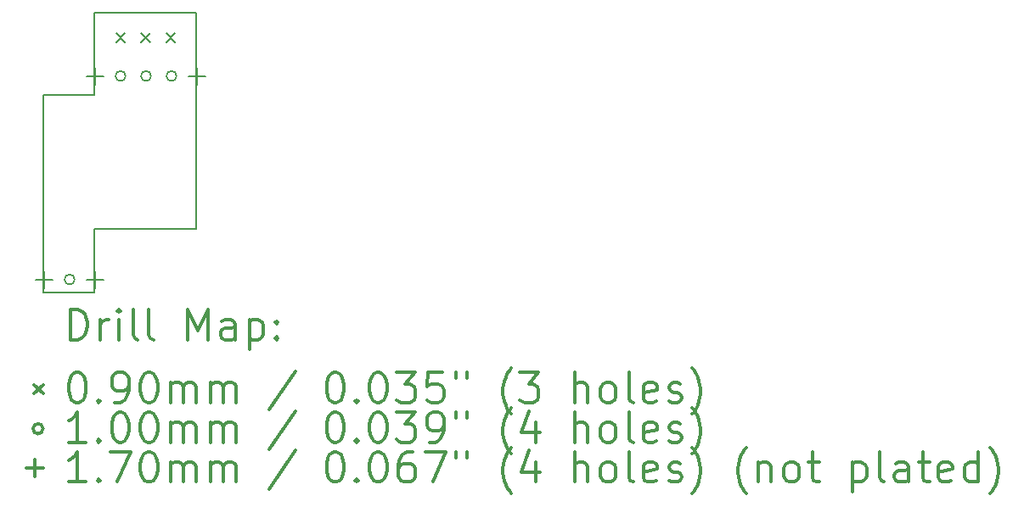
<source format=gbr>
%FSLAX45Y45*%
G04 Gerber Fmt 4.5, Leading zero omitted, Abs format (unit mm)*
G04 Created by KiCad (PCBNEW 4.0.7) date 11/03/17 12:40:23*
%MOMM*%
%LPD*%
G01*
G04 APERTURE LIST*
%ADD10C,0.127000*%
%ADD11C,0.150000*%
%ADD12C,0.200000*%
%ADD13C,0.300000*%
G04 APERTURE END LIST*
D10*
D11*
X6350000Y-4508500D02*
X6350000Y-6477000D01*
X6858000Y-4508500D02*
X6350000Y-4508500D01*
X6858000Y-3683000D02*
X6858000Y-4508500D01*
X7874000Y-3683000D02*
X6858000Y-3683000D01*
X7874000Y-5842000D02*
X7874000Y-3683000D01*
X6858000Y-5842000D02*
X7874000Y-5842000D01*
X6858000Y-6477000D02*
X6858000Y-5842000D01*
X6350000Y-6477000D02*
X6858000Y-6477000D01*
D12*
X7071000Y-3892000D02*
X7161000Y-3982000D01*
X7161000Y-3892000D02*
X7071000Y-3982000D01*
X7321000Y-3892000D02*
X7411000Y-3982000D01*
X7411000Y-3892000D02*
X7321000Y-3982000D01*
X7571000Y-3892000D02*
X7661000Y-3982000D01*
X7661000Y-3892000D02*
X7571000Y-3982000D01*
X6658000Y-6350000D02*
G75*
G03X6658000Y-6350000I-50000J0D01*
G01*
X7166000Y-4318000D02*
G75*
G03X7166000Y-4318000I-50000J0D01*
G01*
X7420000Y-4318000D02*
G75*
G03X7420000Y-4318000I-50000J0D01*
G01*
X7674000Y-4318000D02*
G75*
G03X7674000Y-4318000I-50000J0D01*
G01*
X6354000Y-6265000D02*
X6354000Y-6435000D01*
X6269000Y-6350000D02*
X6439000Y-6350000D01*
X6862000Y-4233000D02*
X6862000Y-4403000D01*
X6777000Y-4318000D02*
X6947000Y-4318000D01*
X6862000Y-6265000D02*
X6862000Y-6435000D01*
X6777000Y-6350000D02*
X6947000Y-6350000D01*
X7878000Y-4233000D02*
X7878000Y-4403000D01*
X7793000Y-4318000D02*
X7963000Y-4318000D01*
D13*
X6613928Y-6950214D02*
X6613928Y-6650214D01*
X6685357Y-6650214D01*
X6728214Y-6664500D01*
X6756786Y-6693071D01*
X6771071Y-6721643D01*
X6785357Y-6778786D01*
X6785357Y-6821643D01*
X6771071Y-6878786D01*
X6756786Y-6907357D01*
X6728214Y-6935929D01*
X6685357Y-6950214D01*
X6613928Y-6950214D01*
X6913928Y-6950214D02*
X6913928Y-6750214D01*
X6913928Y-6807357D02*
X6928214Y-6778786D01*
X6942500Y-6764500D01*
X6971071Y-6750214D01*
X6999643Y-6750214D01*
X7099643Y-6950214D02*
X7099643Y-6750214D01*
X7099643Y-6650214D02*
X7085357Y-6664500D01*
X7099643Y-6678786D01*
X7113928Y-6664500D01*
X7099643Y-6650214D01*
X7099643Y-6678786D01*
X7285357Y-6950214D02*
X7256786Y-6935929D01*
X7242500Y-6907357D01*
X7242500Y-6650214D01*
X7442500Y-6950214D02*
X7413928Y-6935929D01*
X7399643Y-6907357D01*
X7399643Y-6650214D01*
X7785357Y-6950214D02*
X7785357Y-6650214D01*
X7885357Y-6864500D01*
X7985357Y-6650214D01*
X7985357Y-6950214D01*
X8256786Y-6950214D02*
X8256786Y-6793071D01*
X8242500Y-6764500D01*
X8213928Y-6750214D01*
X8156786Y-6750214D01*
X8128214Y-6764500D01*
X8256786Y-6935929D02*
X8228214Y-6950214D01*
X8156786Y-6950214D01*
X8128214Y-6935929D01*
X8113928Y-6907357D01*
X8113928Y-6878786D01*
X8128214Y-6850214D01*
X8156786Y-6835929D01*
X8228214Y-6835929D01*
X8256786Y-6821643D01*
X8399643Y-6750214D02*
X8399643Y-7050214D01*
X8399643Y-6764500D02*
X8428214Y-6750214D01*
X8485357Y-6750214D01*
X8513929Y-6764500D01*
X8528214Y-6778786D01*
X8542500Y-6807357D01*
X8542500Y-6893071D01*
X8528214Y-6921643D01*
X8513929Y-6935929D01*
X8485357Y-6950214D01*
X8428214Y-6950214D01*
X8399643Y-6935929D01*
X8671071Y-6921643D02*
X8685357Y-6935929D01*
X8671071Y-6950214D01*
X8656786Y-6935929D01*
X8671071Y-6921643D01*
X8671071Y-6950214D01*
X8671071Y-6764500D02*
X8685357Y-6778786D01*
X8671071Y-6793071D01*
X8656786Y-6778786D01*
X8671071Y-6764500D01*
X8671071Y-6793071D01*
X6252500Y-7399500D02*
X6342500Y-7489500D01*
X6342500Y-7399500D02*
X6252500Y-7489500D01*
X6671071Y-7280214D02*
X6699643Y-7280214D01*
X6728214Y-7294500D01*
X6742500Y-7308786D01*
X6756786Y-7337357D01*
X6771071Y-7394500D01*
X6771071Y-7465929D01*
X6756786Y-7523071D01*
X6742500Y-7551643D01*
X6728214Y-7565929D01*
X6699643Y-7580214D01*
X6671071Y-7580214D01*
X6642500Y-7565929D01*
X6628214Y-7551643D01*
X6613928Y-7523071D01*
X6599643Y-7465929D01*
X6599643Y-7394500D01*
X6613928Y-7337357D01*
X6628214Y-7308786D01*
X6642500Y-7294500D01*
X6671071Y-7280214D01*
X6899643Y-7551643D02*
X6913928Y-7565929D01*
X6899643Y-7580214D01*
X6885357Y-7565929D01*
X6899643Y-7551643D01*
X6899643Y-7580214D01*
X7056786Y-7580214D02*
X7113928Y-7580214D01*
X7142500Y-7565929D01*
X7156786Y-7551643D01*
X7185357Y-7508786D01*
X7199643Y-7451643D01*
X7199643Y-7337357D01*
X7185357Y-7308786D01*
X7171071Y-7294500D01*
X7142500Y-7280214D01*
X7085357Y-7280214D01*
X7056786Y-7294500D01*
X7042500Y-7308786D01*
X7028214Y-7337357D01*
X7028214Y-7408786D01*
X7042500Y-7437357D01*
X7056786Y-7451643D01*
X7085357Y-7465929D01*
X7142500Y-7465929D01*
X7171071Y-7451643D01*
X7185357Y-7437357D01*
X7199643Y-7408786D01*
X7385357Y-7280214D02*
X7413928Y-7280214D01*
X7442500Y-7294500D01*
X7456786Y-7308786D01*
X7471071Y-7337357D01*
X7485357Y-7394500D01*
X7485357Y-7465929D01*
X7471071Y-7523071D01*
X7456786Y-7551643D01*
X7442500Y-7565929D01*
X7413928Y-7580214D01*
X7385357Y-7580214D01*
X7356786Y-7565929D01*
X7342500Y-7551643D01*
X7328214Y-7523071D01*
X7313928Y-7465929D01*
X7313928Y-7394500D01*
X7328214Y-7337357D01*
X7342500Y-7308786D01*
X7356786Y-7294500D01*
X7385357Y-7280214D01*
X7613928Y-7580214D02*
X7613928Y-7380214D01*
X7613928Y-7408786D02*
X7628214Y-7394500D01*
X7656786Y-7380214D01*
X7699643Y-7380214D01*
X7728214Y-7394500D01*
X7742500Y-7423071D01*
X7742500Y-7580214D01*
X7742500Y-7423071D02*
X7756786Y-7394500D01*
X7785357Y-7380214D01*
X7828214Y-7380214D01*
X7856786Y-7394500D01*
X7871071Y-7423071D01*
X7871071Y-7580214D01*
X8013928Y-7580214D02*
X8013928Y-7380214D01*
X8013928Y-7408786D02*
X8028214Y-7394500D01*
X8056786Y-7380214D01*
X8099643Y-7380214D01*
X8128214Y-7394500D01*
X8142500Y-7423071D01*
X8142500Y-7580214D01*
X8142500Y-7423071D02*
X8156786Y-7394500D01*
X8185357Y-7380214D01*
X8228214Y-7380214D01*
X8256786Y-7394500D01*
X8271071Y-7423071D01*
X8271071Y-7580214D01*
X8856786Y-7265929D02*
X8599643Y-7651643D01*
X9242500Y-7280214D02*
X9271071Y-7280214D01*
X9299643Y-7294500D01*
X9313928Y-7308786D01*
X9328214Y-7337357D01*
X9342500Y-7394500D01*
X9342500Y-7465929D01*
X9328214Y-7523071D01*
X9313928Y-7551643D01*
X9299643Y-7565929D01*
X9271071Y-7580214D01*
X9242500Y-7580214D01*
X9213928Y-7565929D01*
X9199643Y-7551643D01*
X9185357Y-7523071D01*
X9171071Y-7465929D01*
X9171071Y-7394500D01*
X9185357Y-7337357D01*
X9199643Y-7308786D01*
X9213928Y-7294500D01*
X9242500Y-7280214D01*
X9471071Y-7551643D02*
X9485357Y-7565929D01*
X9471071Y-7580214D01*
X9456786Y-7565929D01*
X9471071Y-7551643D01*
X9471071Y-7580214D01*
X9671071Y-7280214D02*
X9699643Y-7280214D01*
X9728214Y-7294500D01*
X9742500Y-7308786D01*
X9756786Y-7337357D01*
X9771071Y-7394500D01*
X9771071Y-7465929D01*
X9756786Y-7523071D01*
X9742500Y-7551643D01*
X9728214Y-7565929D01*
X9699643Y-7580214D01*
X9671071Y-7580214D01*
X9642500Y-7565929D01*
X9628214Y-7551643D01*
X9613928Y-7523071D01*
X9599643Y-7465929D01*
X9599643Y-7394500D01*
X9613928Y-7337357D01*
X9628214Y-7308786D01*
X9642500Y-7294500D01*
X9671071Y-7280214D01*
X9871071Y-7280214D02*
X10056786Y-7280214D01*
X9956786Y-7394500D01*
X9999643Y-7394500D01*
X10028214Y-7408786D01*
X10042500Y-7423071D01*
X10056786Y-7451643D01*
X10056786Y-7523071D01*
X10042500Y-7551643D01*
X10028214Y-7565929D01*
X9999643Y-7580214D01*
X9913928Y-7580214D01*
X9885357Y-7565929D01*
X9871071Y-7551643D01*
X10328214Y-7280214D02*
X10185357Y-7280214D01*
X10171071Y-7423071D01*
X10185357Y-7408786D01*
X10213928Y-7394500D01*
X10285357Y-7394500D01*
X10313928Y-7408786D01*
X10328214Y-7423071D01*
X10342500Y-7451643D01*
X10342500Y-7523071D01*
X10328214Y-7551643D01*
X10313928Y-7565929D01*
X10285357Y-7580214D01*
X10213928Y-7580214D01*
X10185357Y-7565929D01*
X10171071Y-7551643D01*
X10456786Y-7280214D02*
X10456786Y-7337357D01*
X10571071Y-7280214D02*
X10571071Y-7337357D01*
X11013928Y-7694500D02*
X10999643Y-7680214D01*
X10971071Y-7637357D01*
X10956786Y-7608786D01*
X10942500Y-7565929D01*
X10928214Y-7494500D01*
X10928214Y-7437357D01*
X10942500Y-7365929D01*
X10956786Y-7323071D01*
X10971071Y-7294500D01*
X10999643Y-7251643D01*
X11013928Y-7237357D01*
X11099643Y-7280214D02*
X11285357Y-7280214D01*
X11185357Y-7394500D01*
X11228214Y-7394500D01*
X11256785Y-7408786D01*
X11271071Y-7423071D01*
X11285357Y-7451643D01*
X11285357Y-7523071D01*
X11271071Y-7551643D01*
X11256785Y-7565929D01*
X11228214Y-7580214D01*
X11142500Y-7580214D01*
X11113928Y-7565929D01*
X11099643Y-7551643D01*
X11642500Y-7580214D02*
X11642500Y-7280214D01*
X11771071Y-7580214D02*
X11771071Y-7423071D01*
X11756785Y-7394500D01*
X11728214Y-7380214D01*
X11685357Y-7380214D01*
X11656785Y-7394500D01*
X11642500Y-7408786D01*
X11956785Y-7580214D02*
X11928214Y-7565929D01*
X11913928Y-7551643D01*
X11899643Y-7523071D01*
X11899643Y-7437357D01*
X11913928Y-7408786D01*
X11928214Y-7394500D01*
X11956785Y-7380214D01*
X11999643Y-7380214D01*
X12028214Y-7394500D01*
X12042500Y-7408786D01*
X12056785Y-7437357D01*
X12056785Y-7523071D01*
X12042500Y-7551643D01*
X12028214Y-7565929D01*
X11999643Y-7580214D01*
X11956785Y-7580214D01*
X12228214Y-7580214D02*
X12199643Y-7565929D01*
X12185357Y-7537357D01*
X12185357Y-7280214D01*
X12456786Y-7565929D02*
X12428214Y-7580214D01*
X12371071Y-7580214D01*
X12342500Y-7565929D01*
X12328214Y-7537357D01*
X12328214Y-7423071D01*
X12342500Y-7394500D01*
X12371071Y-7380214D01*
X12428214Y-7380214D01*
X12456786Y-7394500D01*
X12471071Y-7423071D01*
X12471071Y-7451643D01*
X12328214Y-7480214D01*
X12585357Y-7565929D02*
X12613928Y-7580214D01*
X12671071Y-7580214D01*
X12699643Y-7565929D01*
X12713928Y-7537357D01*
X12713928Y-7523071D01*
X12699643Y-7494500D01*
X12671071Y-7480214D01*
X12628214Y-7480214D01*
X12599643Y-7465929D01*
X12585357Y-7437357D01*
X12585357Y-7423071D01*
X12599643Y-7394500D01*
X12628214Y-7380214D01*
X12671071Y-7380214D01*
X12699643Y-7394500D01*
X12813928Y-7694500D02*
X12828214Y-7680214D01*
X12856786Y-7637357D01*
X12871071Y-7608786D01*
X12885357Y-7565929D01*
X12899643Y-7494500D01*
X12899643Y-7437357D01*
X12885357Y-7365929D01*
X12871071Y-7323071D01*
X12856786Y-7294500D01*
X12828214Y-7251643D01*
X12813928Y-7237357D01*
X6342500Y-7840500D02*
G75*
G03X6342500Y-7840500I-50000J0D01*
G01*
X6771071Y-7976214D02*
X6599643Y-7976214D01*
X6685357Y-7976214D02*
X6685357Y-7676214D01*
X6656786Y-7719071D01*
X6628214Y-7747643D01*
X6599643Y-7761929D01*
X6899643Y-7947643D02*
X6913928Y-7961929D01*
X6899643Y-7976214D01*
X6885357Y-7961929D01*
X6899643Y-7947643D01*
X6899643Y-7976214D01*
X7099643Y-7676214D02*
X7128214Y-7676214D01*
X7156786Y-7690500D01*
X7171071Y-7704786D01*
X7185357Y-7733357D01*
X7199643Y-7790500D01*
X7199643Y-7861929D01*
X7185357Y-7919071D01*
X7171071Y-7947643D01*
X7156786Y-7961929D01*
X7128214Y-7976214D01*
X7099643Y-7976214D01*
X7071071Y-7961929D01*
X7056786Y-7947643D01*
X7042500Y-7919071D01*
X7028214Y-7861929D01*
X7028214Y-7790500D01*
X7042500Y-7733357D01*
X7056786Y-7704786D01*
X7071071Y-7690500D01*
X7099643Y-7676214D01*
X7385357Y-7676214D02*
X7413928Y-7676214D01*
X7442500Y-7690500D01*
X7456786Y-7704786D01*
X7471071Y-7733357D01*
X7485357Y-7790500D01*
X7485357Y-7861929D01*
X7471071Y-7919071D01*
X7456786Y-7947643D01*
X7442500Y-7961929D01*
X7413928Y-7976214D01*
X7385357Y-7976214D01*
X7356786Y-7961929D01*
X7342500Y-7947643D01*
X7328214Y-7919071D01*
X7313928Y-7861929D01*
X7313928Y-7790500D01*
X7328214Y-7733357D01*
X7342500Y-7704786D01*
X7356786Y-7690500D01*
X7385357Y-7676214D01*
X7613928Y-7976214D02*
X7613928Y-7776214D01*
X7613928Y-7804786D02*
X7628214Y-7790500D01*
X7656786Y-7776214D01*
X7699643Y-7776214D01*
X7728214Y-7790500D01*
X7742500Y-7819071D01*
X7742500Y-7976214D01*
X7742500Y-7819071D02*
X7756786Y-7790500D01*
X7785357Y-7776214D01*
X7828214Y-7776214D01*
X7856786Y-7790500D01*
X7871071Y-7819071D01*
X7871071Y-7976214D01*
X8013928Y-7976214D02*
X8013928Y-7776214D01*
X8013928Y-7804786D02*
X8028214Y-7790500D01*
X8056786Y-7776214D01*
X8099643Y-7776214D01*
X8128214Y-7790500D01*
X8142500Y-7819071D01*
X8142500Y-7976214D01*
X8142500Y-7819071D02*
X8156786Y-7790500D01*
X8185357Y-7776214D01*
X8228214Y-7776214D01*
X8256786Y-7790500D01*
X8271071Y-7819071D01*
X8271071Y-7976214D01*
X8856786Y-7661929D02*
X8599643Y-8047643D01*
X9242500Y-7676214D02*
X9271071Y-7676214D01*
X9299643Y-7690500D01*
X9313928Y-7704786D01*
X9328214Y-7733357D01*
X9342500Y-7790500D01*
X9342500Y-7861929D01*
X9328214Y-7919071D01*
X9313928Y-7947643D01*
X9299643Y-7961929D01*
X9271071Y-7976214D01*
X9242500Y-7976214D01*
X9213928Y-7961929D01*
X9199643Y-7947643D01*
X9185357Y-7919071D01*
X9171071Y-7861929D01*
X9171071Y-7790500D01*
X9185357Y-7733357D01*
X9199643Y-7704786D01*
X9213928Y-7690500D01*
X9242500Y-7676214D01*
X9471071Y-7947643D02*
X9485357Y-7961929D01*
X9471071Y-7976214D01*
X9456786Y-7961929D01*
X9471071Y-7947643D01*
X9471071Y-7976214D01*
X9671071Y-7676214D02*
X9699643Y-7676214D01*
X9728214Y-7690500D01*
X9742500Y-7704786D01*
X9756786Y-7733357D01*
X9771071Y-7790500D01*
X9771071Y-7861929D01*
X9756786Y-7919071D01*
X9742500Y-7947643D01*
X9728214Y-7961929D01*
X9699643Y-7976214D01*
X9671071Y-7976214D01*
X9642500Y-7961929D01*
X9628214Y-7947643D01*
X9613928Y-7919071D01*
X9599643Y-7861929D01*
X9599643Y-7790500D01*
X9613928Y-7733357D01*
X9628214Y-7704786D01*
X9642500Y-7690500D01*
X9671071Y-7676214D01*
X9871071Y-7676214D02*
X10056786Y-7676214D01*
X9956786Y-7790500D01*
X9999643Y-7790500D01*
X10028214Y-7804786D01*
X10042500Y-7819071D01*
X10056786Y-7847643D01*
X10056786Y-7919071D01*
X10042500Y-7947643D01*
X10028214Y-7961929D01*
X9999643Y-7976214D01*
X9913928Y-7976214D01*
X9885357Y-7961929D01*
X9871071Y-7947643D01*
X10199643Y-7976214D02*
X10256786Y-7976214D01*
X10285357Y-7961929D01*
X10299643Y-7947643D01*
X10328214Y-7904786D01*
X10342500Y-7847643D01*
X10342500Y-7733357D01*
X10328214Y-7704786D01*
X10313928Y-7690500D01*
X10285357Y-7676214D01*
X10228214Y-7676214D01*
X10199643Y-7690500D01*
X10185357Y-7704786D01*
X10171071Y-7733357D01*
X10171071Y-7804786D01*
X10185357Y-7833357D01*
X10199643Y-7847643D01*
X10228214Y-7861929D01*
X10285357Y-7861929D01*
X10313928Y-7847643D01*
X10328214Y-7833357D01*
X10342500Y-7804786D01*
X10456786Y-7676214D02*
X10456786Y-7733357D01*
X10571071Y-7676214D02*
X10571071Y-7733357D01*
X11013928Y-8090500D02*
X10999643Y-8076214D01*
X10971071Y-8033357D01*
X10956786Y-8004786D01*
X10942500Y-7961929D01*
X10928214Y-7890500D01*
X10928214Y-7833357D01*
X10942500Y-7761929D01*
X10956786Y-7719071D01*
X10971071Y-7690500D01*
X10999643Y-7647643D01*
X11013928Y-7633357D01*
X11256785Y-7776214D02*
X11256785Y-7976214D01*
X11185357Y-7661929D02*
X11113928Y-7876214D01*
X11299643Y-7876214D01*
X11642500Y-7976214D02*
X11642500Y-7676214D01*
X11771071Y-7976214D02*
X11771071Y-7819071D01*
X11756785Y-7790500D01*
X11728214Y-7776214D01*
X11685357Y-7776214D01*
X11656785Y-7790500D01*
X11642500Y-7804786D01*
X11956785Y-7976214D02*
X11928214Y-7961929D01*
X11913928Y-7947643D01*
X11899643Y-7919071D01*
X11899643Y-7833357D01*
X11913928Y-7804786D01*
X11928214Y-7790500D01*
X11956785Y-7776214D01*
X11999643Y-7776214D01*
X12028214Y-7790500D01*
X12042500Y-7804786D01*
X12056785Y-7833357D01*
X12056785Y-7919071D01*
X12042500Y-7947643D01*
X12028214Y-7961929D01*
X11999643Y-7976214D01*
X11956785Y-7976214D01*
X12228214Y-7976214D02*
X12199643Y-7961929D01*
X12185357Y-7933357D01*
X12185357Y-7676214D01*
X12456786Y-7961929D02*
X12428214Y-7976214D01*
X12371071Y-7976214D01*
X12342500Y-7961929D01*
X12328214Y-7933357D01*
X12328214Y-7819071D01*
X12342500Y-7790500D01*
X12371071Y-7776214D01*
X12428214Y-7776214D01*
X12456786Y-7790500D01*
X12471071Y-7819071D01*
X12471071Y-7847643D01*
X12328214Y-7876214D01*
X12585357Y-7961929D02*
X12613928Y-7976214D01*
X12671071Y-7976214D01*
X12699643Y-7961929D01*
X12713928Y-7933357D01*
X12713928Y-7919071D01*
X12699643Y-7890500D01*
X12671071Y-7876214D01*
X12628214Y-7876214D01*
X12599643Y-7861929D01*
X12585357Y-7833357D01*
X12585357Y-7819071D01*
X12599643Y-7790500D01*
X12628214Y-7776214D01*
X12671071Y-7776214D01*
X12699643Y-7790500D01*
X12813928Y-8090500D02*
X12828214Y-8076214D01*
X12856786Y-8033357D01*
X12871071Y-8004786D01*
X12885357Y-7961929D01*
X12899643Y-7890500D01*
X12899643Y-7833357D01*
X12885357Y-7761929D01*
X12871071Y-7719071D01*
X12856786Y-7690500D01*
X12828214Y-7647643D01*
X12813928Y-7633357D01*
X6257500Y-8151500D02*
X6257500Y-8321500D01*
X6172500Y-8236500D02*
X6342500Y-8236500D01*
X6771071Y-8372214D02*
X6599643Y-8372214D01*
X6685357Y-8372214D02*
X6685357Y-8072214D01*
X6656786Y-8115071D01*
X6628214Y-8143643D01*
X6599643Y-8157929D01*
X6899643Y-8343643D02*
X6913928Y-8357929D01*
X6899643Y-8372214D01*
X6885357Y-8357929D01*
X6899643Y-8343643D01*
X6899643Y-8372214D01*
X7013928Y-8072214D02*
X7213928Y-8072214D01*
X7085357Y-8372214D01*
X7385357Y-8072214D02*
X7413928Y-8072214D01*
X7442500Y-8086500D01*
X7456786Y-8100786D01*
X7471071Y-8129357D01*
X7485357Y-8186500D01*
X7485357Y-8257929D01*
X7471071Y-8315071D01*
X7456786Y-8343643D01*
X7442500Y-8357929D01*
X7413928Y-8372214D01*
X7385357Y-8372214D01*
X7356786Y-8357929D01*
X7342500Y-8343643D01*
X7328214Y-8315071D01*
X7313928Y-8257929D01*
X7313928Y-8186500D01*
X7328214Y-8129357D01*
X7342500Y-8100786D01*
X7356786Y-8086500D01*
X7385357Y-8072214D01*
X7613928Y-8372214D02*
X7613928Y-8172214D01*
X7613928Y-8200786D02*
X7628214Y-8186500D01*
X7656786Y-8172214D01*
X7699643Y-8172214D01*
X7728214Y-8186500D01*
X7742500Y-8215071D01*
X7742500Y-8372214D01*
X7742500Y-8215071D02*
X7756786Y-8186500D01*
X7785357Y-8172214D01*
X7828214Y-8172214D01*
X7856786Y-8186500D01*
X7871071Y-8215071D01*
X7871071Y-8372214D01*
X8013928Y-8372214D02*
X8013928Y-8172214D01*
X8013928Y-8200786D02*
X8028214Y-8186500D01*
X8056786Y-8172214D01*
X8099643Y-8172214D01*
X8128214Y-8186500D01*
X8142500Y-8215071D01*
X8142500Y-8372214D01*
X8142500Y-8215071D02*
X8156786Y-8186500D01*
X8185357Y-8172214D01*
X8228214Y-8172214D01*
X8256786Y-8186500D01*
X8271071Y-8215071D01*
X8271071Y-8372214D01*
X8856786Y-8057929D02*
X8599643Y-8443643D01*
X9242500Y-8072214D02*
X9271071Y-8072214D01*
X9299643Y-8086500D01*
X9313928Y-8100786D01*
X9328214Y-8129357D01*
X9342500Y-8186500D01*
X9342500Y-8257929D01*
X9328214Y-8315071D01*
X9313928Y-8343643D01*
X9299643Y-8357929D01*
X9271071Y-8372214D01*
X9242500Y-8372214D01*
X9213928Y-8357929D01*
X9199643Y-8343643D01*
X9185357Y-8315071D01*
X9171071Y-8257929D01*
X9171071Y-8186500D01*
X9185357Y-8129357D01*
X9199643Y-8100786D01*
X9213928Y-8086500D01*
X9242500Y-8072214D01*
X9471071Y-8343643D02*
X9485357Y-8357929D01*
X9471071Y-8372214D01*
X9456786Y-8357929D01*
X9471071Y-8343643D01*
X9471071Y-8372214D01*
X9671071Y-8072214D02*
X9699643Y-8072214D01*
X9728214Y-8086500D01*
X9742500Y-8100786D01*
X9756786Y-8129357D01*
X9771071Y-8186500D01*
X9771071Y-8257929D01*
X9756786Y-8315071D01*
X9742500Y-8343643D01*
X9728214Y-8357929D01*
X9699643Y-8372214D01*
X9671071Y-8372214D01*
X9642500Y-8357929D01*
X9628214Y-8343643D01*
X9613928Y-8315071D01*
X9599643Y-8257929D01*
X9599643Y-8186500D01*
X9613928Y-8129357D01*
X9628214Y-8100786D01*
X9642500Y-8086500D01*
X9671071Y-8072214D01*
X10028214Y-8072214D02*
X9971071Y-8072214D01*
X9942500Y-8086500D01*
X9928214Y-8100786D01*
X9899643Y-8143643D01*
X9885357Y-8200786D01*
X9885357Y-8315071D01*
X9899643Y-8343643D01*
X9913928Y-8357929D01*
X9942500Y-8372214D01*
X9999643Y-8372214D01*
X10028214Y-8357929D01*
X10042500Y-8343643D01*
X10056786Y-8315071D01*
X10056786Y-8243643D01*
X10042500Y-8215071D01*
X10028214Y-8200786D01*
X9999643Y-8186500D01*
X9942500Y-8186500D01*
X9913928Y-8200786D01*
X9899643Y-8215071D01*
X9885357Y-8243643D01*
X10156786Y-8072214D02*
X10356786Y-8072214D01*
X10228214Y-8372214D01*
X10456786Y-8072214D02*
X10456786Y-8129357D01*
X10571071Y-8072214D02*
X10571071Y-8129357D01*
X11013928Y-8486500D02*
X10999643Y-8472214D01*
X10971071Y-8429357D01*
X10956786Y-8400786D01*
X10942500Y-8357929D01*
X10928214Y-8286500D01*
X10928214Y-8229357D01*
X10942500Y-8157929D01*
X10956786Y-8115071D01*
X10971071Y-8086500D01*
X10999643Y-8043643D01*
X11013928Y-8029357D01*
X11256785Y-8172214D02*
X11256785Y-8372214D01*
X11185357Y-8057929D02*
X11113928Y-8272214D01*
X11299643Y-8272214D01*
X11642500Y-8372214D02*
X11642500Y-8072214D01*
X11771071Y-8372214D02*
X11771071Y-8215071D01*
X11756785Y-8186500D01*
X11728214Y-8172214D01*
X11685357Y-8172214D01*
X11656785Y-8186500D01*
X11642500Y-8200786D01*
X11956785Y-8372214D02*
X11928214Y-8357929D01*
X11913928Y-8343643D01*
X11899643Y-8315071D01*
X11899643Y-8229357D01*
X11913928Y-8200786D01*
X11928214Y-8186500D01*
X11956785Y-8172214D01*
X11999643Y-8172214D01*
X12028214Y-8186500D01*
X12042500Y-8200786D01*
X12056785Y-8229357D01*
X12056785Y-8315071D01*
X12042500Y-8343643D01*
X12028214Y-8357929D01*
X11999643Y-8372214D01*
X11956785Y-8372214D01*
X12228214Y-8372214D02*
X12199643Y-8357929D01*
X12185357Y-8329357D01*
X12185357Y-8072214D01*
X12456786Y-8357929D02*
X12428214Y-8372214D01*
X12371071Y-8372214D01*
X12342500Y-8357929D01*
X12328214Y-8329357D01*
X12328214Y-8215071D01*
X12342500Y-8186500D01*
X12371071Y-8172214D01*
X12428214Y-8172214D01*
X12456786Y-8186500D01*
X12471071Y-8215071D01*
X12471071Y-8243643D01*
X12328214Y-8272214D01*
X12585357Y-8357929D02*
X12613928Y-8372214D01*
X12671071Y-8372214D01*
X12699643Y-8357929D01*
X12713928Y-8329357D01*
X12713928Y-8315071D01*
X12699643Y-8286500D01*
X12671071Y-8272214D01*
X12628214Y-8272214D01*
X12599643Y-8257929D01*
X12585357Y-8229357D01*
X12585357Y-8215071D01*
X12599643Y-8186500D01*
X12628214Y-8172214D01*
X12671071Y-8172214D01*
X12699643Y-8186500D01*
X12813928Y-8486500D02*
X12828214Y-8472214D01*
X12856786Y-8429357D01*
X12871071Y-8400786D01*
X12885357Y-8357929D01*
X12899643Y-8286500D01*
X12899643Y-8229357D01*
X12885357Y-8157929D01*
X12871071Y-8115071D01*
X12856786Y-8086500D01*
X12828214Y-8043643D01*
X12813928Y-8029357D01*
X13356786Y-8486500D02*
X13342500Y-8472214D01*
X13313928Y-8429357D01*
X13299643Y-8400786D01*
X13285357Y-8357929D01*
X13271071Y-8286500D01*
X13271071Y-8229357D01*
X13285357Y-8157929D01*
X13299643Y-8115071D01*
X13313928Y-8086500D01*
X13342500Y-8043643D01*
X13356786Y-8029357D01*
X13471071Y-8172214D02*
X13471071Y-8372214D01*
X13471071Y-8200786D02*
X13485357Y-8186500D01*
X13513928Y-8172214D01*
X13556786Y-8172214D01*
X13585357Y-8186500D01*
X13599643Y-8215071D01*
X13599643Y-8372214D01*
X13785357Y-8372214D02*
X13756786Y-8357929D01*
X13742500Y-8343643D01*
X13728214Y-8315071D01*
X13728214Y-8229357D01*
X13742500Y-8200786D01*
X13756786Y-8186500D01*
X13785357Y-8172214D01*
X13828214Y-8172214D01*
X13856786Y-8186500D01*
X13871071Y-8200786D01*
X13885357Y-8229357D01*
X13885357Y-8315071D01*
X13871071Y-8343643D01*
X13856786Y-8357929D01*
X13828214Y-8372214D01*
X13785357Y-8372214D01*
X13971071Y-8172214D02*
X14085357Y-8172214D01*
X14013928Y-8072214D02*
X14013928Y-8329357D01*
X14028214Y-8357929D01*
X14056786Y-8372214D01*
X14085357Y-8372214D01*
X14413928Y-8172214D02*
X14413928Y-8472214D01*
X14413928Y-8186500D02*
X14442500Y-8172214D01*
X14499643Y-8172214D01*
X14528214Y-8186500D01*
X14542500Y-8200786D01*
X14556786Y-8229357D01*
X14556786Y-8315071D01*
X14542500Y-8343643D01*
X14528214Y-8357929D01*
X14499643Y-8372214D01*
X14442500Y-8372214D01*
X14413928Y-8357929D01*
X14728214Y-8372214D02*
X14699643Y-8357929D01*
X14685357Y-8329357D01*
X14685357Y-8072214D01*
X14971071Y-8372214D02*
X14971071Y-8215071D01*
X14956786Y-8186500D01*
X14928214Y-8172214D01*
X14871071Y-8172214D01*
X14842500Y-8186500D01*
X14971071Y-8357929D02*
X14942500Y-8372214D01*
X14871071Y-8372214D01*
X14842500Y-8357929D01*
X14828214Y-8329357D01*
X14828214Y-8300786D01*
X14842500Y-8272214D01*
X14871071Y-8257929D01*
X14942500Y-8257929D01*
X14971071Y-8243643D01*
X15071071Y-8172214D02*
X15185357Y-8172214D01*
X15113929Y-8072214D02*
X15113929Y-8329357D01*
X15128214Y-8357929D01*
X15156786Y-8372214D01*
X15185357Y-8372214D01*
X15399643Y-8357929D02*
X15371071Y-8372214D01*
X15313929Y-8372214D01*
X15285357Y-8357929D01*
X15271071Y-8329357D01*
X15271071Y-8215071D01*
X15285357Y-8186500D01*
X15313929Y-8172214D01*
X15371071Y-8172214D01*
X15399643Y-8186500D01*
X15413929Y-8215071D01*
X15413929Y-8243643D01*
X15271071Y-8272214D01*
X15671071Y-8372214D02*
X15671071Y-8072214D01*
X15671071Y-8357929D02*
X15642500Y-8372214D01*
X15585357Y-8372214D01*
X15556786Y-8357929D01*
X15542500Y-8343643D01*
X15528214Y-8315071D01*
X15528214Y-8229357D01*
X15542500Y-8200786D01*
X15556786Y-8186500D01*
X15585357Y-8172214D01*
X15642500Y-8172214D01*
X15671071Y-8186500D01*
X15785357Y-8486500D02*
X15799643Y-8472214D01*
X15828214Y-8429357D01*
X15842500Y-8400786D01*
X15856786Y-8357929D01*
X15871071Y-8286500D01*
X15871071Y-8229357D01*
X15856786Y-8157929D01*
X15842500Y-8115071D01*
X15828214Y-8086500D01*
X15799643Y-8043643D01*
X15785357Y-8029357D01*
M02*

</source>
